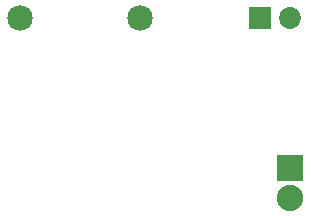
<source format=gts>
G04 MADE WITH FRITZING*
G04 WWW.FRITZING.ORG*
G04 DOUBLE SIDED*
G04 HOLES PLATED*
G04 CONTOUR ON CENTER OF CONTOUR VECTOR*
%ASAXBY*%
%FSLAX23Y23*%
%MOIN*%
%OFA0B0*%
%SFA1.0B1.0*%
%ADD10C,0.085000*%
%ADD11C,0.072992*%
%ADD12C,0.088000*%
%ADD13R,0.072992X0.072992*%
%ADD14R,0.088000X0.088000*%
%LNMASK1*%
G90*
G70*
G54D10*
X216Y731D03*
X616Y731D03*
G54D11*
X1017Y731D03*
X1116Y731D03*
G54D12*
X1116Y231D03*
X1116Y131D03*
G54D13*
X1017Y731D03*
G54D14*
X1116Y231D03*
G04 End of Mask1*
M02*
</source>
